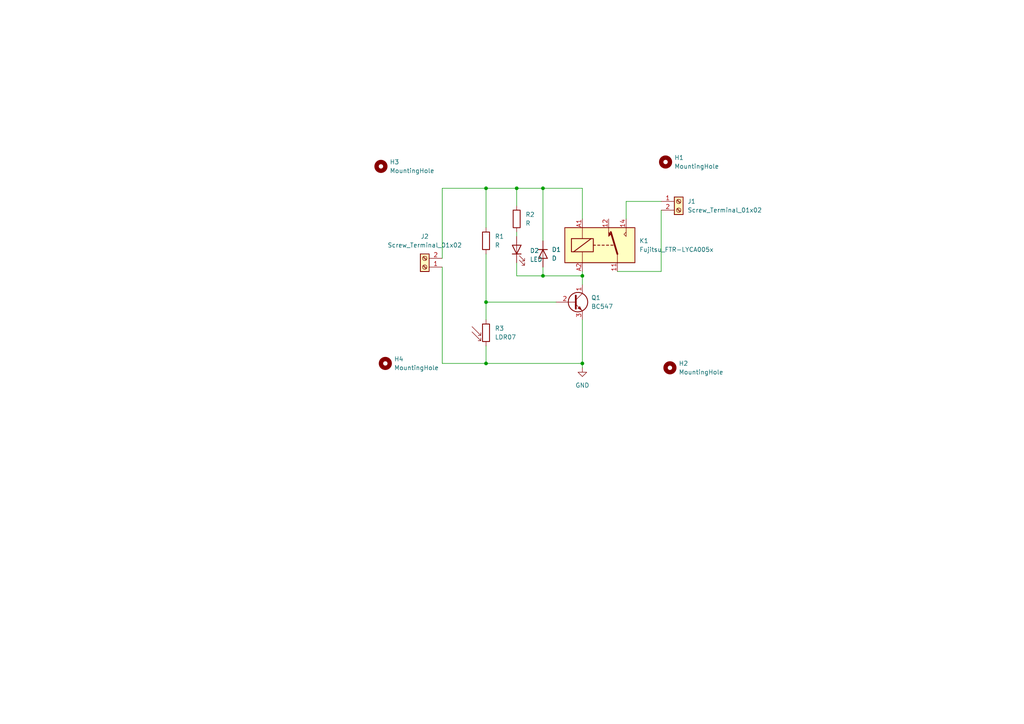
<source format=kicad_sch>
(kicad_sch (version 20231120) (generator "eeschema") (generator_version "8.0")
  (paper "A4")
  (title_block (title "LDR Project") (date "2024-12-23") (rev "V01") (comment 4 "Author: PUTSHU LUNGHE Samuel"))
  (lib_symbols
    (symbol "Connector:Screw_Terminal_01x02" (pin_names (offset 1.016) hide)
      (property "Reference" "J" (at 0 2.54 0))
      (property "Value" "Screw_Terminal_01x02" (at 0 -5.08 0))
      (symbol "Screw_Terminal_01x02_1_1"
        (rectangle (start -1.27 1.27) (end 1.27 -3.81) (stroke (width 0.254)) (fill (type background)))
        (circle (center 0 -2.54) (radius 0.635) (stroke (width 0.1524)))
        (polyline (pts (xy -0.5334 -2.2098) (xy 0.3302 -3.048)) (stroke (width 0.1524)))
        (polyline (pts (xy -0.5334 0.3302) (xy 0.3302 -0.508)) (stroke (width 0.1524)))
        (polyline (pts (xy -0.3556 -2.032) (xy 0.508 -2.8702)) (stroke (width 0.1524)))
        (polyline (pts (xy -0.3556 0.508) (xy 0.508 -0.3302)) (stroke (width 0.1524)))
        (circle (center 0 0) (radius 0.635) (stroke (width 0.1524)))
        (pin passive line (at -5.08 0 0) (length 3.81) (name "Pin_1") (number "1"))
        (pin passive line (at -5.08 -2.54 0) (length 3.81) (name "Pin_2") (number "2"))
      )
    )
    (symbol "Device:D" (pin_numbers hide) (pin_names (offset 1.016) hide)
      (property "Reference" "D" (at 0 2.54 0))
      (property "Value" "D" (at 0 -2.54 0))
      (symbol "D_0_1"
        (polyline (pts (xy -1.27 1.27) (xy -1.27 -1.27)) (stroke (width 0.254)))
        (polyline (pts (xy 1.27 0) (xy -1.27 0)))
        (polyline (pts (xy 1.27 1.27) (xy 1.27 -1.27) (xy -1.27 0) (xy 1.27 1.27)) (stroke (width 0.254)))
      )
      (symbol "D_1_1"
        (pin passive line (at -3.81 0 0) (length 2.54) (name "K") (number "1"))
        (pin passive line (at 3.81 0 180) (length 2.54) (name "A") (number "2"))
      )
    )
    (symbol "Device:LED" (pin_numbers hide) (pin_names (offset 1.016) hide)
      (property "Reference" "D" (at 0 2.54 0))
      (property "Value" "LED" (at 0 -2.54 0))
      (symbol "LED_0_1"
        (polyline (pts (xy -1.27 -1.27) (xy -1.27 1.27)) (stroke (width 0.254)))
        (polyline (pts (xy -1.27 0) (xy 1.27 0)))
        (polyline (pts (xy 1.27 -1.27) (xy 1.27 1.27) (xy -1.27 0) (xy 1.27 -1.27)) (stroke (width 0.254)))
        (polyline (pts (xy -3.048 -0.762) (xy -4.572 -2.286) (xy -3.81 -2.286) (xy -4.572 -2.286) (xy -4.572 -1.524)))
        (polyline (pts (xy -1.778 -0.762) (xy -3.302 -2.286) (xy -2.54 -2.286) (xy -3.302 -2.286) (xy -3.302 -1.524)))
      )
      (symbol "LED_1_1"
        (pin passive line (at -3.81 0 0) (length 2.54) (name "K") (number "1"))
        (pin passive line (at 3.81 0 180) (length 2.54) (name "A") (number "2"))
      )
    )
    (symbol "Device:R" (pin_numbers hide) (pin_names (offset 0))
      (property "Reference" "R" (at 2.032 0 90))
      (property "Value" "R" (at 0 0 90))
      (symbol "R_0_1"
        (rectangle (start -1.016 -2.54) (end 1.016 2.54) (stroke (width 0.254)))
      )
      (symbol "R_1_1"
        (pin passive line (at 0 3.81 270) (length 1.27) (name "~") (number "1"))
        (pin passive line (at 0 -3.81 90) (length 1.27) (name "~") (number "2"))
      )
    )
    (symbol "Mechanical:MountingHole" (pin_names (offset 1.016)) (exclude_from_sim yes) (in_bom no)
      (property "Reference" "H" (at 0 5.08 0))
      (property "Value" "MountingHole" (at 0 3.175 0))
      (symbol "MountingHole_0_1"
        (circle (center 0 0) (radius 1.27) (stroke (width 1.27)))
      )
    )
    (symbol "Relay:Fujitsu_FTR-LYCA005x"
      (property "Reference" "K" (at 11.43 3.81 0))
      (property "Value" "Fujitsu_FTR-LYCA005x" (at 11.43 1.27 0))
      (symbol "Fujitsu_FTR-LYCA005x_0_0"
        (polyline (pts (xy 7.62 5.08) (xy 7.62 2.54) (xy 6.985 3.175) (xy 7.62 3.81)))
      )
      (symbol "Fujitsu_FTR-LYCA005x_0_1"
        (rectangle (start -10.16 5.08) (end 10.16 -5.08) (stroke (width 0.254)) (fill (type background)))
        (rectangle (start -8.255 1.905) (end -1.905 -1.905) (stroke (width 0.254)))
        (polyline (pts (xy -7.62 -1.905) (xy -2.54 1.905)) (stroke (width 0.254)))
        (polyline (pts (xy -5.08 -5.08) (xy -5.08 -1.905)))
        (polyline (pts (xy -5.08 5.08) (xy -5.08 1.905)))
        (polyline (pts (xy -1.905 0) (xy -1.27 0)) (stroke (width 0.254)))
        (polyline (pts (xy -0.635 0) (xy 0 0)) (stroke (width 0.254)))
        (polyline (pts (xy 0.635 0) (xy 1.27 0)) (stroke (width 0.254)))
        (polyline (pts (xy 1.905 0) (xy 2.54 0)) (stroke (width 0.254)))
        (polyline (pts (xy 3.175 0) (xy 3.81 0)) (stroke (width 0.254)))
        (polyline (pts (xy 5.08 -2.54) (xy 3.175 3.81)) (stroke (width 0.508)))
        (polyline (pts (xy 5.08 -2.54) (xy 5.08 -5.08)))
        (polyline (pts (xy 2.54 5.08) (xy 2.54 2.54) (xy 3.175 3.175) (xy 2.54 3.81)) (fill (type outline)))
      )
      (symbol "Fujitsu_FTR-LYCA005x_1_1"
        (pin passive line (at 5.08 -7.62 90) (length 2.54) (name "~") (number "11"))
        (pin passive line (at 2.54 7.62 270) (length 2.54) (name "~") (number "12"))
        (pin passive line (at 7.62 7.62 270) (length 2.54) (name "~") (number "14"))
        (pin passive line (at -5.08 7.62 270) (length 2.54) (name "~") (number "A1"))
        (pin passive line (at -5.08 -7.62 90) (length 2.54) (name "~") (number "A2"))
      )
    )
    (symbol "Sensor_Optical:LDR07" (pin_numbers hide) (pin_names (offset 0))
      (property "Reference" "R" (at -5.08 0 90))
      (property "Value" "LDR07" (at 1.905 0 90))
      (symbol "LDR07_0_1"
        (rectangle (start -1.016 2.54) (end 1.016 -2.54) (stroke (width 0.254)))
        (polyline (pts (xy -1.524 -2.286) (xy -4.064 0.254)))
        (polyline (pts (xy -1.524 -2.286) (xy -2.286 -2.286)))
        (polyline (pts (xy -1.524 -2.286) (xy -1.524 -1.524)))
        (polyline (pts (xy -1.524 -0.762) (xy -4.064 1.778)))
        (polyline (pts (xy -1.524 -0.762) (xy -2.286 -0.762)))
        (polyline (pts (xy -1.524 -0.762) (xy -1.524 0)))
      )
      (symbol "LDR07_1_1"
        (pin passive line (at 0 3.81 270) (length 1.27) (name "~") (number "1"))
        (pin passive line (at 0 -3.81 90) (length 1.27) (name "~") (number "2"))
      )
    )
    (symbol "Transistor_BJT:BC547" (pin_names (offset 0) hide)
      (property "Reference" "Q" (at 5.08 1.905 0))
      (property "Value" "BC547" (at 5.08 0 0))
      (symbol "BC547_0_1"
        (polyline (pts (xy 0 0) (xy 0.635 0)))
        (polyline (pts (xy 0.635 0.635) (xy 2.54 2.54)))
        (polyline (pts (xy 0.635 -0.635) (xy 2.54 -2.54) (xy 2.54 -2.54)))
        (polyline (pts (xy 0.635 1.905) (xy 0.635 -1.905) (xy 0.635 -1.905)) (stroke (width 0.508)))
        (polyline (pts (xy 1.27 -1.778) (xy 1.778 -1.27) (xy 2.286 -2.286) (xy 1.27 -1.778) (xy 1.27 -1.778)) (fill (type outline)))
        (circle (center 1.27 0) (radius 2.8194) (stroke (width 0.254)))
      )
      (symbol "BC547_1_1"
        (pin passive line (at 2.54 5.08 270) (length 2.54) (name "C") (number "1"))
        (pin input line (at -5.08 0 0) (length 5.08) (name "B") (number "2"))
        (pin passive line (at 2.54 -5.08 90) (length 2.54) (name "E") (number "3"))
      )
    )
    (symbol "power:GND" (power) (pin_numbers hide) (pin_names (offset 0) hide)
      (property "Value" "GND" (at 0 -3.81 0))
      (symbol "GND_0_1"
        (polyline (pts (xy 0 0) (xy 0 -1.27) (xy 1.27 -1.27) (xy 0 -2.54) (xy -1.27 -1.27) (xy 0 -1.27)))
      )
      (symbol "GND_1_1"
        (pin power_in line (at 0 0 270) (length 0) (name "~") (number "1"))
      )
    )
  )
  (junction (at 140.97 54.61))
  (junction (at 140.97 105.41))
  (junction (at 149.86 54.61))
  (junction (at 168.91 105.41))
  (junction (at 157.48 54.61))
  (junction (at 168.91 80.01))
  (junction (at 140.97 87.63))
  (junction (at 157.48 80.01))
  (wire (pts (xy 157.48 77.47) (xy 157.48 80.01)))
  (wire (pts (xy 149.86 80.01) (xy 157.48 80.01)))
  (wire (pts (xy 181.61 58.42) (xy 191.77 58.42)))
  (wire (pts (xy 191.77 60.96) (xy 191.77 78.74)))
  (wire (pts (xy 157.48 80.01) (xy 168.91 80.01)))
  (wire (pts (xy 128.27 77.47) (xy 128.27 105.41)))
  (wire (pts (xy 140.97 87.63) (xy 161.29 87.63)))
  (wire (pts (xy 157.48 54.61) (xy 168.91 54.61)))
  (wire (pts (xy 128.27 105.41) (xy 140.97 105.41)))
  (wire (pts (xy 128.27 74.93) (xy 128.27 54.61)))
  (wire (pts (xy 128.27 54.61) (xy 140.97 54.61)))
  (wire (pts (xy 181.61 63.5) (xy 181.61 58.42)))
  (wire (pts (xy 157.48 69.85) (xy 157.48 54.61)))
  (wire (pts (xy 140.97 100.33) (xy 140.97 105.41)))
  (wire (pts (xy 168.91 105.41) (xy 168.91 106.68)))
  (wire (pts (xy 149.86 54.61) (xy 157.48 54.61)))
  (wire (pts (xy 168.91 54.61) (xy 168.91 63.5)))
  (wire (pts (xy 168.91 80.01) (xy 168.91 82.55)))
  (wire (pts (xy 140.97 73.66) (xy 140.97 87.63)))
  (wire (pts (xy 149.86 76.2) (xy 149.86 80.01)))
  (wire (pts (xy 140.97 105.41) (xy 168.91 105.41)))
  (wire (pts (xy 149.86 67.31) (xy 149.86 68.58)))
  (wire (pts (xy 140.97 54.61) (xy 149.86 54.61)))
  (wire (pts (xy 140.97 66.04) (xy 140.97 54.61)))
  (wire (pts (xy 191.77 78.74) (xy 179.07 78.74)))
  (wire (pts (xy 149.86 59.69) (xy 149.86 54.61)))
  (wire (pts (xy 140.97 87.63) (xy 140.97 92.71)))
  (wire (pts (xy 168.91 92.71) (xy 168.91 105.41)))
  (wire (pts (xy 168.91 78.74) (xy 168.91 80.01)))
  (symbol (lib_id "Device:R") (at 140.97 69.85 0) (unit 1)
    (property "Reference" "R1" (at 143.51 68.5799 0) (effects (justify left)))
    (property "Value" "R" (at 143.51 71.1199 0) (effects (justify left)))
    (property "Footprint" "Resistor_THT:R_Axial_DIN0204_L3.6mm_D1.6mm_P5.08mm_Horizontal" (effects (hide yes)))
    (property "Description" "Resistor" (effects (hide yes)))
  )
  (symbol (lib_id "Device:LED") (at 149.86 72.39 90) (unit 1)
    (property "Reference" "D2" (at 153.67 72.7074 90) (effects (justify right)))
    (property "Value" "LED" (at 153.67 75.2474 90) (effects (justify right)))
    (property "Footprint" "LED_THT:LED_D3.0mm" (effects (hide yes)))
    (property "Description" "Light emitting diode" (effects (hide yes)))
  )
  (symbol (lib_id "Transistor_BJT:BC547") (at 166.37 87.63 0) (unit 1)
    (property "Reference" "Q1" (at 171.45 86.3599 0) (effects (justify left)))
    (property "Value" "BC547" (at 171.45 88.8999 0) (effects (justify left)))
    (property "Footprint" "Package_TO_SOT_THT:TO-92_Inline" (effects (hide yes)))
    (property "Datasheet" "https://www.onsemi.com/pub/Collateral/BC550-D.pdf" (effects (hide yes)))
    (property "Description" "0.1A Ic, 45V Vce, Small Signal NPN Transistor, TO-92" (effects (hide yes)))
  )
  (symbol (lib_id "Mechanical:MountingHole") (at 111.76 105.41 0) (unit 1) (exclude_from_sim yes) (in_bom no)
    (property "Reference" "H4" (at 114.3 104.1399 0) (effects (justify left)))
    (property "Value" "MountingHole" (at 114.3 106.6799 0) (effects (justify left)))
    (property "Footprint" "MountingHole:MountingHole_2.5mm_Pad" (effects (hide yes)))
    (property "Description" "Mounting Hole without connection" (effects (hide yes)))
  )
  (symbol (lib_id "Mechanical:MountingHole") (at 194.31 106.68 0) (unit 1) (exclude_from_sim yes) (in_bom no)
    (property "Reference" "H2" (at 196.85 105.4099 0) (effects (justify left)))
    (property "Value" "MountingHole" (at 196.85 107.9499 0) (effects (justify left)))
    (property "Footprint" "MountingHole:MountingHole_2.5mm_Pad" (effects (hide yes)))
    (property "Description" "Mounting Hole without connection" (effects (hide yes)))
  )
  (symbol (lib_id "Mechanical:MountingHole") (at 193.04 46.99 0) (unit 1) (exclude_from_sim yes) (in_bom no)
    (property "Reference" "H1" (at 195.58 45.7199 0) (effects (justify left)))
    (property "Value" "MountingHole" (at 195.58 48.2599 0) (effects (justify left)))
    (property "Footprint" "MountingHole:MountingHole_2.5mm_Pad" (effects (hide yes)))
    (property "Description" "Mounting Hole without connection" (effects (hide yes)))
  )
  (symbol (lib_id "Sensor_Optical:LDR07") (at 140.97 96.52 0) (unit 1)
    (property "Reference" "R3" (at 143.51 95.2499 0) (effects (justify left)))
    (property "Value" "LDR07" (at 143.51 97.7899 0) (effects (justify left)))
    (property "Footprint" "OptoDevice:R_LDR_5.1x4.3mm_P3.4mm_Vertical" (effects (hide yes)))
    (property "Datasheet" "http://www.tme.eu/de/Document/f2e3ad76a925811312d226c31da4cd7e/LDR07.pdf" (effects (hide yes)))
    (property "Description" "light dependent resistor" (effects (hide yes)))
  )
  (symbol (lib_id "Relay:Fujitsu_FTR-LYCA005x") (at 173.99 71.12 0) (unit 1)
    (property "Reference" "K1" (at 185.42 69.8499 0) (effects (justify left)))
    (property "Value" "Fujitsu_FTR-LYCA005x" (at 185.42 72.3899 0) (effects (justify left)))
    (property "Footprint" "Relay_THT:Relay_SPDT_Fujitsu_FTR-LYCA005x_FormC_Vertical" (effects (hide yes)))
    (property "Datasheet" "https://www.fujitsu.com/sg/imagesgig5/ftr-ly.pdf" (effects (hide yes)))
    (property "Description" "Relay, SPDT Form C, vertical mount, 5-60V coil, 6A, 250VAC, 28 x 5 x 15mm" (effects (hide yes)))
  )
  (symbol (lib_id "Connector:Screw_Terminal_01x02") (at 123.19 77.47 180) (unit 1)
    (property "Reference" "J2" (at 123.19 68.58 0))
    (property "Value" "Screw_Terminal_01x02" (at 123.19 71.12 0))
    (property "Footprint" "TerminalBlock_Phoenix:TerminalBlock_Phoenix_MPT-0,5-2-2.54_1x02_P2.54mm_Horizontal" (effects (hide yes)))
    (property "Description" "Generic screw terminal, single row, 01x02, script generated (kicad-library-utils/schlib/autogen/connector/)" (effects (hide yes)))
  )
  (symbol (lib_id "Device:D") (at 157.48 73.66 270) (unit 1)
    (property "Reference" "D1" (at 160.02 72.3899 90) (effects (justify left)))
    (property "Value" "D" (at 160.02 74.9299 90) (effects (justify left)))
    (property "Footprint" "Diode_THT:D_5W_P10.16mm_Horizontal" (effects (hide yes)))
    (property "Description" "Diode" (effects (hide yes)))
    (property "Sim.Device" "D" (effects (hide yes)))
    (property "Sim.Pins" "1=K 2=A" (effects (hide yes)))
  )
  (symbol (lib_id "power:GND") (at 168.91 106.68 0) (unit 1)
    (property "Reference" "#PWR01" (effects (hide yes)))
    (property "Value" "GND" (at 168.91 111.76 0))
    (property "Description" "Power symbol creates a global label with name \"GND\" , ground" (effects (hide yes)))
  )
  (symbol (lib_id "Connector:Screw_Terminal_01x02") (at 196.85 58.42 0) (unit 1)
    (property "Reference" "J1" (at 199.39 58.4199 0) (effects (justify left)))
    (property "Value" "Screw_Terminal_01x02" (at 199.39 60.9599 0) (effects (justify left)))
    (property "Footprint" "TerminalBlock_Phoenix:TerminalBlock_Phoenix_MPT-0,5-2-2.54_1x02_P2.54mm_Horizontal" (effects (hide yes)))
    (property "Description" "Generic screw terminal, single row, 01x02, script generated (kicad-library-utils/schlib/autogen/connector/)" (effects (hide yes)))
  )
  (symbol (lib_id "Mechanical:MountingHole") (at 110.49 48.26 0) (unit 1) (exclude_from_sim yes) (in_bom no)
    (property "Reference" "H3" (at 113.03 46.9899 0) (effects (justify left)))
    (property "Value" "MountingHole" (at 113.03 49.5299 0) (effects (justify left)))
    (property "Footprint" "MountingHole:MountingHole_2.5mm_Pad" (effects (hide yes)))
    (property "Description" "Mounting Hole without connection" (effects (hide yes)))
  )
  (symbol (lib_id "Device:R") (at 149.86 63.5 0) (unit 1)
    (property "Reference" "R2" (at 152.4 62.2299 0) (effects (justify left)))
    (property "Value" "R" (at 152.4 64.7699 0) (effects (justify left)))
    (property "Footprint" "Resistor_THT:R_Axial_DIN0204_L3.6mm_D1.6mm_P5.08mm_Horizontal" (effects (hide yes)))
    (property "Description" "Resistor" (effects (hide yes)))
  )
)
</source>
